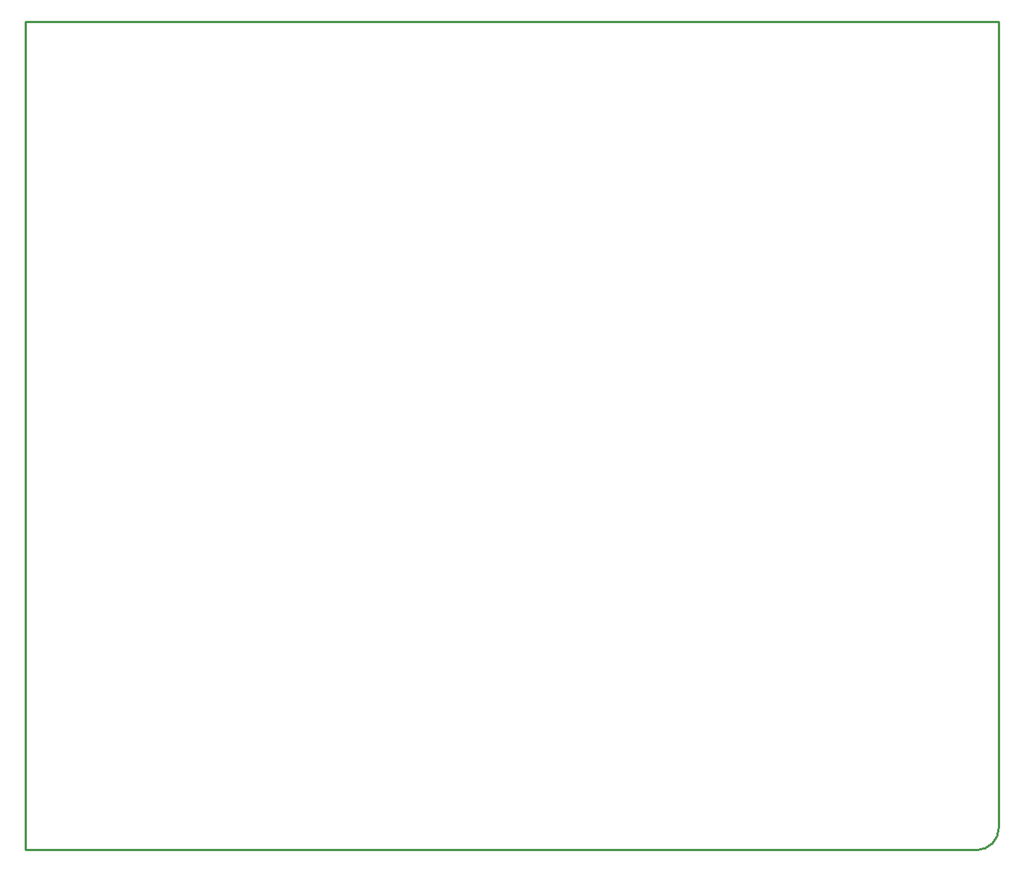
<source format=gko>
G04 Layer: BoardOutlineLayer*
G04 EasyEDA v6.5.5, 2022-06-05 18:11:37*
G04 12dec15f9c8f45c78e1145ade07de6d6,0eaacf81f25c4b8caaffc9699626bf9f,10*
G04 Gerber Generator version 0.2*
G04 Scale: 100 percent, Rotated: No, Reflected: No *
G04 Dimensions in millimeters *
G04 leading zeros omitted , absolute positions ,4 integer and 5 decimal *
%FSLAX45Y45*%
%MOMM*%

%ADD10C,0.2540*%
D10*
X9691624Y-9281160D02*
G01*
X9691624Y-130047D01*
X-1350010Y-130047D01*
X-1350010Y-9531095D01*
X9437624Y-9531095D01*
G75*
G01*
X9691596Y-9281190D02*
G02*
X9437596Y-9535190I-254000J0D01*

%LPD*%
M02*

</source>
